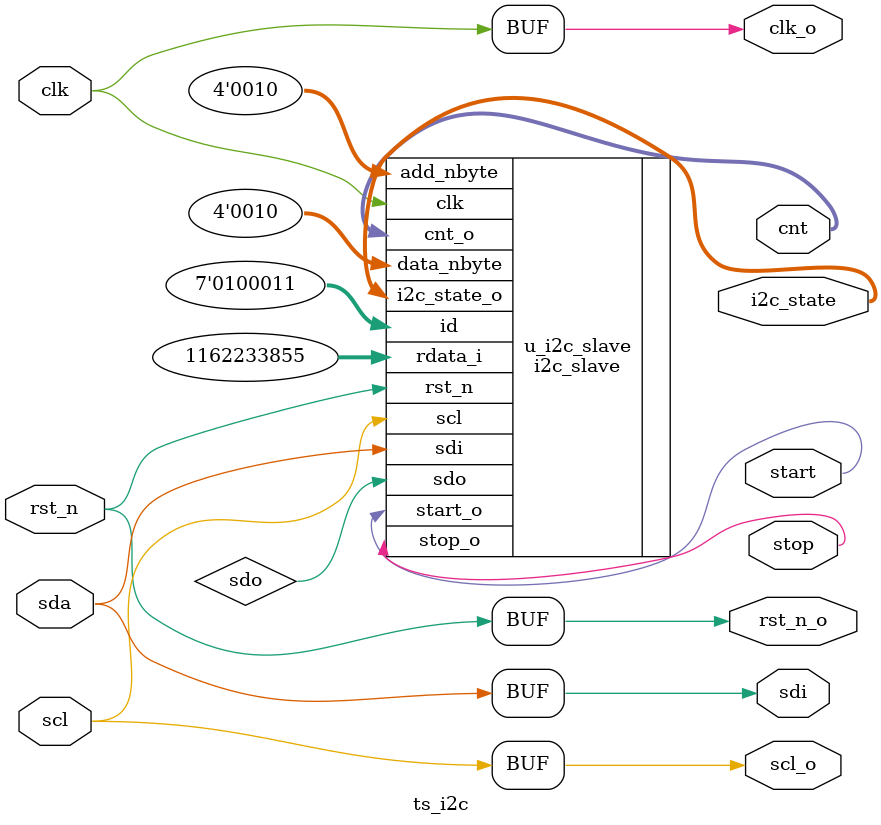
<source format=v>
module ts_i2c(
    input       clk,
    input       rst_n,
    input       scl,
    input       sda,

    output      clk_o,
    output      rst_n_o,
    output      scl_o,
    output      sdi,

    output      start,
    output      stop,
    output[3:0] i2c_state,
    output[3:0] cnt
);
    wire        sdi;
    wire        sdo;

    assign      clk_o = clk;
    assign      rst_n_o = rst_n;
    assign      scl_o = scl;
    assign      sdi = sda;
    /* 
   assign      sda = ((i2c_state == 4'b0010) || 
                       (i2c_state == 4'b0100) ||
                       (i2c_state == 4'b0111) ||
                       (i2c_state == 4'b1000) ||
                       (i2c_state == 4'b1001) ) 
                        ? sdo : 1'bz;
    */
i2c_slave u_i2c_slave(
    .clk        (clk),
    .rst_n      (rst_n),
    .add_nbyte  (4'h2),
    .data_nbyte (4'h2),
    .id         (7'h23),
    .rdata_i    (32'h454647ff),
    //i2c signal
    .scl        (scl),
    .sdi        (sdi),
    .sdo        (sdo),
    .start_o    (start),
    .stop_o     (stop),
    .i2c_state_o(i2c_state),
    .cnt_o      (cnt)
);
endmodule
</source>
